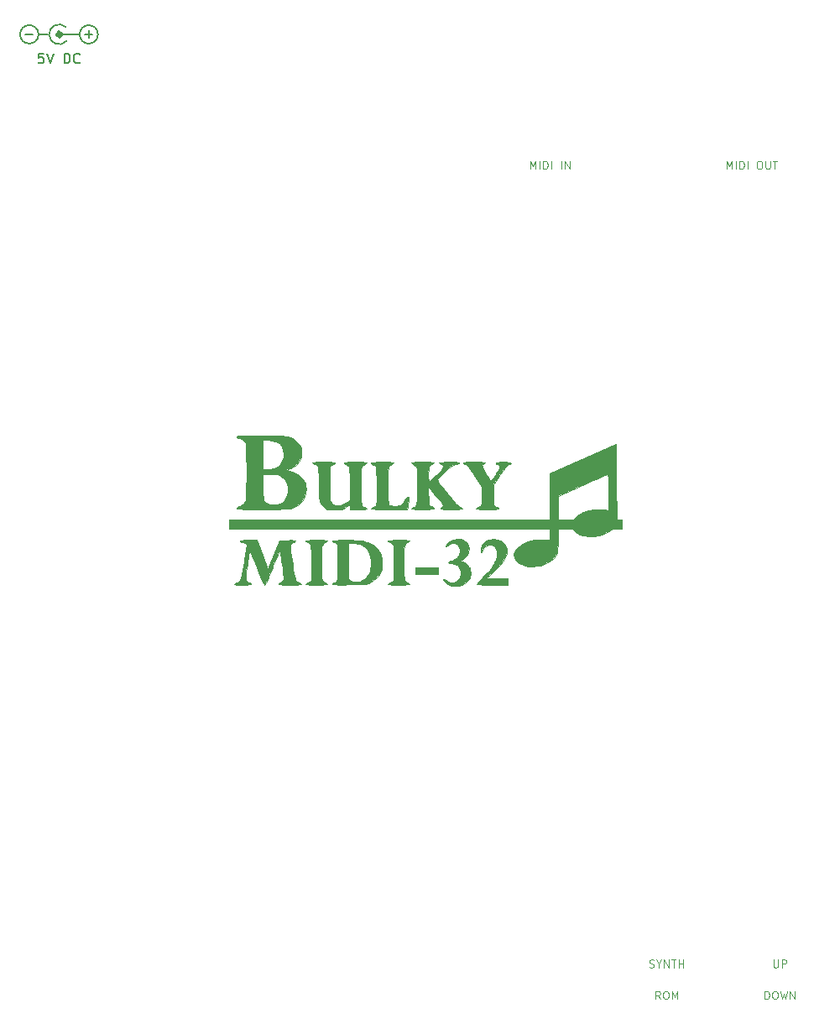
<source format=gto>
G04 #@! TF.GenerationSoftware,KiCad,Pcbnew,(5.1.8)-1*
G04 #@! TF.CreationDate,2022-02-08T00:22:43+01:00*
G04 #@! TF.ProjectId,BulkyMIDI-32 FA1,42756c6b-794d-4494-9449-2d3332204641,rev?*
G04 #@! TF.SameCoordinates,Original*
G04 #@! TF.FileFunction,Legend,Top*
G04 #@! TF.FilePolarity,Positive*
%FSLAX46Y46*%
G04 Gerber Fmt 4.6, Leading zero omitted, Abs format (unit mm)*
G04 Created by KiCad (PCBNEW (5.1.8)-1) date 2022-02-08 00:22:43*
%MOMM*%
%LPD*%
G01*
G04 APERTURE LIST*
%ADD10C,0.150000*%
%ADD11C,0.100000*%
%ADD12C,0.500000*%
%ADD13C,0.010000*%
G04 APERTURE END LIST*
D10*
X81613571Y-58507380D02*
X81137380Y-58507380D01*
X81089761Y-58983571D01*
X81137380Y-58935952D01*
X81232619Y-58888333D01*
X81470714Y-58888333D01*
X81565952Y-58935952D01*
X81613571Y-58983571D01*
X81661190Y-59078809D01*
X81661190Y-59316904D01*
X81613571Y-59412142D01*
X81565952Y-59459761D01*
X81470714Y-59507380D01*
X81232619Y-59507380D01*
X81137380Y-59459761D01*
X81089761Y-59412142D01*
X81946904Y-58507380D02*
X82280238Y-59507380D01*
X82613571Y-58507380D01*
X83708809Y-59507380D02*
X83708809Y-58507380D01*
X83946904Y-58507380D01*
X84089761Y-58555000D01*
X84185000Y-58650238D01*
X84232619Y-58745476D01*
X84280238Y-58935952D01*
X84280238Y-59078809D01*
X84232619Y-59269285D01*
X84185000Y-59364523D01*
X84089761Y-59459761D01*
X83946904Y-59507380D01*
X83708809Y-59507380D01*
X85280238Y-59412142D02*
X85232619Y-59459761D01*
X85089761Y-59507380D01*
X84994523Y-59507380D01*
X84851666Y-59459761D01*
X84756428Y-59364523D01*
X84708809Y-59269285D01*
X84661190Y-59078809D01*
X84661190Y-58935952D01*
X84708809Y-58745476D01*
X84756428Y-58650238D01*
X84851666Y-58555000D01*
X84994523Y-58507380D01*
X85089761Y-58507380D01*
X85232619Y-58555000D01*
X85280238Y-58602619D01*
D11*
X150539761Y-70148404D02*
X150539761Y-69348404D01*
X150806428Y-69919833D01*
X151073095Y-69348404D01*
X151073095Y-70148404D01*
X151454047Y-70148404D02*
X151454047Y-69348404D01*
X151835000Y-70148404D02*
X151835000Y-69348404D01*
X152025476Y-69348404D01*
X152139761Y-69386500D01*
X152215952Y-69462690D01*
X152254047Y-69538880D01*
X152292142Y-69691261D01*
X152292142Y-69805547D01*
X152254047Y-69957928D01*
X152215952Y-70034119D01*
X152139761Y-70110309D01*
X152025476Y-70148404D01*
X151835000Y-70148404D01*
X152635000Y-70148404D02*
X152635000Y-69348404D01*
X153777857Y-69348404D02*
X153930238Y-69348404D01*
X154006428Y-69386500D01*
X154082619Y-69462690D01*
X154120714Y-69615071D01*
X154120714Y-69881738D01*
X154082619Y-70034119D01*
X154006428Y-70110309D01*
X153930238Y-70148404D01*
X153777857Y-70148404D01*
X153701666Y-70110309D01*
X153625476Y-70034119D01*
X153587380Y-69881738D01*
X153587380Y-69615071D01*
X153625476Y-69462690D01*
X153701666Y-69386500D01*
X153777857Y-69348404D01*
X154463571Y-69348404D02*
X154463571Y-69996023D01*
X154501666Y-70072214D01*
X154539761Y-70110309D01*
X154615952Y-70148404D01*
X154768333Y-70148404D01*
X154844523Y-70110309D01*
X154882619Y-70072214D01*
X154920714Y-69996023D01*
X154920714Y-69348404D01*
X155187380Y-69348404D02*
X155644523Y-69348404D01*
X155415952Y-70148404D02*
X155415952Y-69348404D01*
X130753095Y-70148404D02*
X130753095Y-69348404D01*
X131019761Y-69919833D01*
X131286428Y-69348404D01*
X131286428Y-70148404D01*
X131667380Y-70148404D02*
X131667380Y-69348404D01*
X132048333Y-70148404D02*
X132048333Y-69348404D01*
X132238809Y-69348404D01*
X132353095Y-69386500D01*
X132429285Y-69462690D01*
X132467380Y-69538880D01*
X132505476Y-69691261D01*
X132505476Y-69805547D01*
X132467380Y-69957928D01*
X132429285Y-70034119D01*
X132353095Y-70110309D01*
X132238809Y-70148404D01*
X132048333Y-70148404D01*
X132848333Y-70148404D02*
X132848333Y-69348404D01*
X133838809Y-70148404D02*
X133838809Y-69348404D01*
X134219761Y-70148404D02*
X134219761Y-69348404D01*
X134676904Y-70148404D01*
X134676904Y-69348404D01*
X155263928Y-149917204D02*
X155263928Y-150564823D01*
X155302023Y-150641014D01*
X155340119Y-150679109D01*
X155416309Y-150717204D01*
X155568690Y-150717204D01*
X155644880Y-150679109D01*
X155682976Y-150641014D01*
X155721071Y-150564823D01*
X155721071Y-149917204D01*
X156102023Y-150717204D02*
X156102023Y-149917204D01*
X156406785Y-149917204D01*
X156482976Y-149955300D01*
X156521071Y-149993395D01*
X156559166Y-150069585D01*
X156559166Y-150183871D01*
X156521071Y-150260061D01*
X156482976Y-150298157D01*
X156406785Y-150336252D01*
X156102023Y-150336252D01*
X142748214Y-150679109D02*
X142862500Y-150717204D01*
X143052976Y-150717204D01*
X143129166Y-150679109D01*
X143167261Y-150641014D01*
X143205357Y-150564823D01*
X143205357Y-150488633D01*
X143167261Y-150412442D01*
X143129166Y-150374347D01*
X143052976Y-150336252D01*
X142900595Y-150298157D01*
X142824404Y-150260061D01*
X142786309Y-150221966D01*
X142748214Y-150145776D01*
X142748214Y-150069585D01*
X142786309Y-149993395D01*
X142824404Y-149955300D01*
X142900595Y-149917204D01*
X143091071Y-149917204D01*
X143205357Y-149955300D01*
X143700595Y-150336252D02*
X143700595Y-150717204D01*
X143433928Y-149917204D02*
X143700595Y-150336252D01*
X143967261Y-149917204D01*
X144233928Y-150717204D02*
X144233928Y-149917204D01*
X144691071Y-150717204D01*
X144691071Y-149917204D01*
X144957738Y-149917204D02*
X145414880Y-149917204D01*
X145186309Y-150717204D02*
X145186309Y-149917204D01*
X145681547Y-150717204D02*
X145681547Y-149917204D01*
X145681547Y-150298157D02*
X146138690Y-150298157D01*
X146138690Y-150717204D02*
X146138690Y-149917204D01*
X154387738Y-153904904D02*
X154387738Y-153104904D01*
X154578214Y-153104904D01*
X154692500Y-153143000D01*
X154768690Y-153219190D01*
X154806785Y-153295380D01*
X154844880Y-153447761D01*
X154844880Y-153562047D01*
X154806785Y-153714428D01*
X154768690Y-153790619D01*
X154692500Y-153866809D01*
X154578214Y-153904904D01*
X154387738Y-153904904D01*
X155340119Y-153104904D02*
X155492500Y-153104904D01*
X155568690Y-153143000D01*
X155644880Y-153219190D01*
X155682976Y-153371571D01*
X155682976Y-153638238D01*
X155644880Y-153790619D01*
X155568690Y-153866809D01*
X155492500Y-153904904D01*
X155340119Y-153904904D01*
X155263928Y-153866809D01*
X155187738Y-153790619D01*
X155149642Y-153638238D01*
X155149642Y-153371571D01*
X155187738Y-153219190D01*
X155263928Y-153143000D01*
X155340119Y-153104904D01*
X155949642Y-153104904D02*
X156140119Y-153904904D01*
X156292500Y-153333476D01*
X156444880Y-153904904D01*
X156635357Y-153104904D01*
X156940119Y-153904904D02*
X156940119Y-153104904D01*
X157397261Y-153904904D01*
X157397261Y-153104904D01*
X143833928Y-153904904D02*
X143567261Y-153523952D01*
X143376785Y-153904904D02*
X143376785Y-153104904D01*
X143681547Y-153104904D01*
X143757738Y-153143000D01*
X143795833Y-153181095D01*
X143833928Y-153257285D01*
X143833928Y-153371571D01*
X143795833Y-153447761D01*
X143757738Y-153485857D01*
X143681547Y-153523952D01*
X143376785Y-153523952D01*
X144329166Y-153104904D02*
X144481547Y-153104904D01*
X144557738Y-153143000D01*
X144633928Y-153219190D01*
X144672023Y-153371571D01*
X144672023Y-153638238D01*
X144633928Y-153790619D01*
X144557738Y-153866809D01*
X144481547Y-153904904D01*
X144329166Y-153904904D01*
X144252976Y-153866809D01*
X144176785Y-153790619D01*
X144138690Y-153638238D01*
X144138690Y-153371571D01*
X144176785Y-153219190D01*
X144252976Y-153143000D01*
X144329166Y-153104904D01*
X145014880Y-153904904D02*
X145014880Y-153104904D01*
X145281547Y-153676333D01*
X145548214Y-153104904D01*
X145548214Y-153904904D01*
D10*
X83185000Y-56590000D02*
X85185000Y-56590000D01*
X81185000Y-56590000D02*
X82085000Y-56590000D01*
X81110000Y-56590000D02*
G75*
G03*
X81110000Y-56590000I-925000J0D01*
G01*
X87110000Y-56590000D02*
G75*
G03*
X87110000Y-56590000I-925000J0D01*
G01*
D12*
X83360000Y-56590000D02*
G75*
G03*
X83360000Y-56590000I-175000J0D01*
G01*
D10*
X83860000Y-55840000D02*
G75*
G03*
X83935000Y-57265000I-675000J-750000D01*
G01*
D13*
G36*
X128319030Y-99722888D02*
G01*
X128540051Y-99731671D01*
X128672992Y-99749279D01*
X128737280Y-99778139D01*
X128752500Y-99815750D01*
X128704169Y-99899992D01*
X128662122Y-99911000D01*
X128542249Y-99950769D01*
X128385901Y-100074427D01*
X128187133Y-100288497D01*
X127940000Y-100599503D01*
X127638559Y-101013967D01*
X127576069Y-101102927D01*
X126974500Y-101963238D01*
X126974500Y-102972005D01*
X126975204Y-103351334D01*
X126979222Y-103625001D01*
X126989408Y-103814342D01*
X127008618Y-103940693D01*
X127039708Y-104025391D01*
X127085533Y-104089773D01*
X127130363Y-104136636D01*
X127273521Y-104243915D01*
X127408942Y-104292277D01*
X127416113Y-104292500D01*
X127521805Y-104331530D01*
X127546000Y-104387750D01*
X127529923Y-104422169D01*
X127470853Y-104447362D01*
X127352527Y-104464683D01*
X127158686Y-104475488D01*
X126873068Y-104481131D01*
X126479412Y-104482968D01*
X126403000Y-104483000D01*
X125989967Y-104481660D01*
X125687654Y-104476737D01*
X125479800Y-104466877D01*
X125350142Y-104450723D01*
X125282421Y-104426922D01*
X125260375Y-104394117D01*
X125260000Y-104387750D01*
X125313223Y-104310242D01*
X125389886Y-104292500D01*
X125522340Y-104249445D01*
X125667112Y-104144975D01*
X125675636Y-104136636D01*
X125738019Y-104068473D01*
X125781066Y-103994768D01*
X125808358Y-103891969D01*
X125823472Y-103736522D01*
X125829989Y-103504875D01*
X125831486Y-103173476D01*
X125831500Y-103110967D01*
X125831500Y-102241162D01*
X125156090Y-101200878D01*
X124878464Y-100779488D01*
X124654941Y-100456357D01*
X124475654Y-100220033D01*
X124330737Y-100059061D01*
X124210325Y-99961990D01*
X124104550Y-99917366D01*
X124044936Y-99911000D01*
X123946771Y-99868877D01*
X123926500Y-99815750D01*
X123942747Y-99780901D01*
X124002471Y-99755525D01*
X124122142Y-99738210D01*
X124318232Y-99727542D01*
X124607212Y-99722111D01*
X125005554Y-99720505D01*
X125037750Y-99720500D01*
X125447062Y-99722064D01*
X125745396Y-99727628D01*
X125948741Y-99738499D01*
X126073090Y-99755985D01*
X126134434Y-99781392D01*
X126149000Y-99811333D01*
X126094946Y-99890028D01*
X126006125Y-99922458D01*
X125890624Y-99966674D01*
X125846115Y-100063213D01*
X125875245Y-100221866D01*
X125980663Y-100452425D01*
X126165016Y-100764683D01*
X126283604Y-100948410D01*
X126475263Y-101234210D01*
X126612862Y-101424286D01*
X126707900Y-101531687D01*
X126771878Y-101569458D01*
X126815372Y-101551660D01*
X126933302Y-101406006D01*
X127078529Y-101200273D01*
X127233745Y-100962569D01*
X127381642Y-100721002D01*
X127504910Y-100503679D01*
X127586241Y-100338708D01*
X127609500Y-100262071D01*
X127562921Y-100113214D01*
X127452365Y-99979942D01*
X127321604Y-99912371D01*
X127302874Y-99910999D01*
X127236965Y-99859749D01*
X127228500Y-99815750D01*
X127247605Y-99774683D01*
X127317873Y-99747056D01*
X127458733Y-99730438D01*
X127689614Y-99722402D01*
X127990500Y-99720500D01*
X128319030Y-99722888D01*
G37*
X128319030Y-99722888D02*
X128540051Y-99731671D01*
X128672992Y-99749279D01*
X128737280Y-99778139D01*
X128752500Y-99815750D01*
X128704169Y-99899992D01*
X128662122Y-99911000D01*
X128542249Y-99950769D01*
X128385901Y-100074427D01*
X128187133Y-100288497D01*
X127940000Y-100599503D01*
X127638559Y-101013967D01*
X127576069Y-101102927D01*
X126974500Y-101963238D01*
X126974500Y-102972005D01*
X126975204Y-103351334D01*
X126979222Y-103625001D01*
X126989408Y-103814342D01*
X127008618Y-103940693D01*
X127039708Y-104025391D01*
X127085533Y-104089773D01*
X127130363Y-104136636D01*
X127273521Y-104243915D01*
X127408942Y-104292277D01*
X127416113Y-104292500D01*
X127521805Y-104331530D01*
X127546000Y-104387750D01*
X127529923Y-104422169D01*
X127470853Y-104447362D01*
X127352527Y-104464683D01*
X127158686Y-104475488D01*
X126873068Y-104481131D01*
X126479412Y-104482968D01*
X126403000Y-104483000D01*
X125989967Y-104481660D01*
X125687654Y-104476737D01*
X125479800Y-104466877D01*
X125350142Y-104450723D01*
X125282421Y-104426922D01*
X125260375Y-104394117D01*
X125260000Y-104387750D01*
X125313223Y-104310242D01*
X125389886Y-104292500D01*
X125522340Y-104249445D01*
X125667112Y-104144975D01*
X125675636Y-104136636D01*
X125738019Y-104068473D01*
X125781066Y-103994768D01*
X125808358Y-103891969D01*
X125823472Y-103736522D01*
X125829989Y-103504875D01*
X125831486Y-103173476D01*
X125831500Y-103110967D01*
X125831500Y-102241162D01*
X125156090Y-101200878D01*
X124878464Y-100779488D01*
X124654941Y-100456357D01*
X124475654Y-100220033D01*
X124330737Y-100059061D01*
X124210325Y-99961990D01*
X124104550Y-99917366D01*
X124044936Y-99911000D01*
X123946771Y-99868877D01*
X123926500Y-99815750D01*
X123942747Y-99780901D01*
X124002471Y-99755525D01*
X124122142Y-99738210D01*
X124318232Y-99727542D01*
X124607212Y-99722111D01*
X125005554Y-99720505D01*
X125037750Y-99720500D01*
X125447062Y-99722064D01*
X125745396Y-99727628D01*
X125948741Y-99738499D01*
X126073090Y-99755985D01*
X126134434Y-99781392D01*
X126149000Y-99811333D01*
X126094946Y-99890028D01*
X126006125Y-99922458D01*
X125890624Y-99966674D01*
X125846115Y-100063213D01*
X125875245Y-100221866D01*
X125980663Y-100452425D01*
X126165016Y-100764683D01*
X126283604Y-100948410D01*
X126475263Y-101234210D01*
X126612862Y-101424286D01*
X126707900Y-101531687D01*
X126771878Y-101569458D01*
X126815372Y-101551660D01*
X126933302Y-101406006D01*
X127078529Y-101200273D01*
X127233745Y-100962569D01*
X127381642Y-100721002D01*
X127504910Y-100503679D01*
X127586241Y-100338708D01*
X127609500Y-100262071D01*
X127562921Y-100113214D01*
X127452365Y-99979942D01*
X127321604Y-99912371D01*
X127302874Y-99910999D01*
X127236965Y-99859749D01*
X127228500Y-99815750D01*
X127247605Y-99774683D01*
X127317873Y-99747056D01*
X127458733Y-99730438D01*
X127689614Y-99722402D01*
X127990500Y-99720500D01*
X128319030Y-99722888D01*
G36*
X122916097Y-99722077D02*
G01*
X123192875Y-99727881D01*
X123376983Y-99739520D01*
X123485575Y-99758602D01*
X123535804Y-99786735D01*
X123545500Y-99815750D01*
X123490186Y-99892287D01*
X123384639Y-99911000D01*
X123244929Y-99925514D01*
X123092518Y-99974387D01*
X122916484Y-100065618D01*
X122705901Y-100207204D01*
X122449848Y-100407142D01*
X122137401Y-100673429D01*
X121757638Y-101014063D01*
X121299634Y-101437042D01*
X121297090Y-101439414D01*
X121309030Y-101498937D01*
X121392093Y-101636677D01*
X121548433Y-101855442D01*
X121780203Y-102158043D01*
X122089559Y-102547290D01*
X122478652Y-103025993D01*
X122949638Y-103596962D01*
X122964430Y-103614793D01*
X123217825Y-103902930D01*
X123438108Y-104119265D01*
X123609433Y-104248650D01*
X123647055Y-104267476D01*
X123791778Y-104336285D01*
X123851564Y-104389485D01*
X123819118Y-104428833D01*
X123687144Y-104456086D01*
X123448349Y-104472999D01*
X123095435Y-104481329D01*
X122751750Y-104483000D01*
X122330252Y-104480844D01*
X122022163Y-104473726D01*
X121813950Y-104460669D01*
X121692085Y-104440697D01*
X121643037Y-104412833D01*
X121640500Y-104402807D01*
X121692024Y-104317288D01*
X121779267Y-104259932D01*
X121895539Y-104186388D01*
X121938416Y-104132552D01*
X121906594Y-104065255D01*
X121805865Y-103916399D01*
X121648257Y-103702295D01*
X121445799Y-103439254D01*
X121210518Y-103143588D01*
X121194653Y-103123971D01*
X120430508Y-102180088D01*
X120465750Y-104070250D01*
X120733323Y-104197250D01*
X120905768Y-104286375D01*
X120996917Y-104355389D01*
X120999450Y-104406693D01*
X120906045Y-104442690D01*
X120709382Y-104465782D01*
X120402139Y-104478371D01*
X119976995Y-104482860D01*
X119862500Y-104483000D01*
X119446232Y-104481467D01*
X119141225Y-104476044D01*
X118931766Y-104465491D01*
X118802142Y-104448566D01*
X118736642Y-104424030D01*
X118719500Y-104392795D01*
X118774485Y-104317464D01*
X118907032Y-104261412D01*
X118909921Y-104260767D01*
X119013865Y-104234349D01*
X119096958Y-104196810D01*
X119161532Y-104134847D01*
X119209922Y-104035157D01*
X119244458Y-103884438D01*
X119267473Y-103669388D01*
X119281302Y-103376704D01*
X119288275Y-102993085D01*
X119290726Y-102505227D01*
X119291000Y-102087620D01*
X119290609Y-101551657D01*
X119288828Y-101128211D01*
X119284741Y-100802801D01*
X119277433Y-100560944D01*
X119265989Y-100388160D01*
X119249494Y-100269965D01*
X119227034Y-100191879D01*
X119197693Y-100139420D01*
X119165615Y-100103115D01*
X119009460Y-99991234D01*
X118879865Y-99937481D01*
X118759949Y-99877532D01*
X118719500Y-99808866D01*
X118740361Y-99776566D01*
X118813241Y-99752889D01*
X118953579Y-99736641D01*
X119176816Y-99726627D01*
X119498395Y-99721655D01*
X119862500Y-99720500D01*
X120286913Y-99722424D01*
X120598537Y-99728881D01*
X120811534Y-99740891D01*
X120940067Y-99759476D01*
X120998298Y-99785660D01*
X121005500Y-99802993D01*
X120951497Y-99876278D01*
X120818130Y-99952220D01*
X120783292Y-99965838D01*
X120617092Y-100051652D01*
X120503435Y-100155678D01*
X120495524Y-100168692D01*
X120469339Y-100283716D01*
X120452068Y-100497627D01*
X120445270Y-100782521D01*
X120447856Y-101020807D01*
X120465750Y-101750421D01*
X121215192Y-101044571D01*
X121525859Y-100746451D01*
X121745964Y-100517811D01*
X121881605Y-100345755D01*
X121938882Y-100217388D01*
X121923893Y-100119813D01*
X121842737Y-100040136D01*
X121721249Y-99974500D01*
X121584467Y-99890852D01*
X121516481Y-99809960D01*
X121514874Y-99799875D01*
X121546088Y-99768430D01*
X121650038Y-99745833D01*
X121840301Y-99731021D01*
X122130458Y-99722930D01*
X122529500Y-99720500D01*
X122916097Y-99722077D01*
G37*
X122916097Y-99722077D02*
X123192875Y-99727881D01*
X123376983Y-99739520D01*
X123485575Y-99758602D01*
X123535804Y-99786735D01*
X123545500Y-99815750D01*
X123490186Y-99892287D01*
X123384639Y-99911000D01*
X123244929Y-99925514D01*
X123092518Y-99974387D01*
X122916484Y-100065618D01*
X122705901Y-100207204D01*
X122449848Y-100407142D01*
X122137401Y-100673429D01*
X121757638Y-101014063D01*
X121299634Y-101437042D01*
X121297090Y-101439414D01*
X121309030Y-101498937D01*
X121392093Y-101636677D01*
X121548433Y-101855442D01*
X121780203Y-102158043D01*
X122089559Y-102547290D01*
X122478652Y-103025993D01*
X122949638Y-103596962D01*
X122964430Y-103614793D01*
X123217825Y-103902930D01*
X123438108Y-104119265D01*
X123609433Y-104248650D01*
X123647055Y-104267476D01*
X123791778Y-104336285D01*
X123851564Y-104389485D01*
X123819118Y-104428833D01*
X123687144Y-104456086D01*
X123448349Y-104472999D01*
X123095435Y-104481329D01*
X122751750Y-104483000D01*
X122330252Y-104480844D01*
X122022163Y-104473726D01*
X121813950Y-104460669D01*
X121692085Y-104440697D01*
X121643037Y-104412833D01*
X121640500Y-104402807D01*
X121692024Y-104317288D01*
X121779267Y-104259932D01*
X121895539Y-104186388D01*
X121938416Y-104132552D01*
X121906594Y-104065255D01*
X121805865Y-103916399D01*
X121648257Y-103702295D01*
X121445799Y-103439254D01*
X121210518Y-103143588D01*
X121194653Y-103123971D01*
X120430508Y-102180088D01*
X120465750Y-104070250D01*
X120733323Y-104197250D01*
X120905768Y-104286375D01*
X120996917Y-104355389D01*
X120999450Y-104406693D01*
X120906045Y-104442690D01*
X120709382Y-104465782D01*
X120402139Y-104478371D01*
X119976995Y-104482860D01*
X119862500Y-104483000D01*
X119446232Y-104481467D01*
X119141225Y-104476044D01*
X118931766Y-104465491D01*
X118802142Y-104448566D01*
X118736642Y-104424030D01*
X118719500Y-104392795D01*
X118774485Y-104317464D01*
X118907032Y-104261412D01*
X118909921Y-104260767D01*
X119013865Y-104234349D01*
X119096958Y-104196810D01*
X119161532Y-104134847D01*
X119209922Y-104035157D01*
X119244458Y-103884438D01*
X119267473Y-103669388D01*
X119281302Y-103376704D01*
X119288275Y-102993085D01*
X119290726Y-102505227D01*
X119291000Y-102087620D01*
X119290609Y-101551657D01*
X119288828Y-101128211D01*
X119284741Y-100802801D01*
X119277433Y-100560944D01*
X119265989Y-100388160D01*
X119249494Y-100269965D01*
X119227034Y-100191879D01*
X119197693Y-100139420D01*
X119165615Y-100103115D01*
X119009460Y-99991234D01*
X118879865Y-99937481D01*
X118759949Y-99877532D01*
X118719500Y-99808866D01*
X118740361Y-99776566D01*
X118813241Y-99752889D01*
X118953579Y-99736641D01*
X119176816Y-99726627D01*
X119498395Y-99721655D01*
X119862500Y-99720500D01*
X120286913Y-99722424D01*
X120598537Y-99728881D01*
X120811534Y-99740891D01*
X120940067Y-99759476D01*
X120998298Y-99785660D01*
X121005500Y-99802993D01*
X120951497Y-99876278D01*
X120818130Y-99952220D01*
X120783292Y-99965838D01*
X120617092Y-100051652D01*
X120503435Y-100155678D01*
X120495524Y-100168692D01*
X120469339Y-100283716D01*
X120452068Y-100497627D01*
X120445270Y-100782521D01*
X120447856Y-101020807D01*
X120465750Y-101750421D01*
X121215192Y-101044571D01*
X121525859Y-100746451D01*
X121745964Y-100517811D01*
X121881605Y-100345755D01*
X121938882Y-100217388D01*
X121923893Y-100119813D01*
X121842737Y-100040136D01*
X121721249Y-99974500D01*
X121584467Y-99890852D01*
X121516481Y-99809960D01*
X121514874Y-99799875D01*
X121546088Y-99768430D01*
X121650038Y-99745833D01*
X121840301Y-99731021D01*
X122130458Y-99722930D01*
X122529500Y-99720500D01*
X122916097Y-99722077D01*
G36*
X116216284Y-99722112D02*
G01*
X116522541Y-99727747D01*
X116732712Y-99738596D01*
X116862238Y-99755855D01*
X116926559Y-99780716D01*
X116941500Y-99808866D01*
X116887325Y-99888540D01*
X116781134Y-99937481D01*
X116610799Y-100014848D01*
X116495384Y-100103115D01*
X116459356Y-100144906D01*
X116430968Y-100199600D01*
X116409315Y-100281631D01*
X116393488Y-100405437D01*
X116382581Y-100585452D01*
X116375686Y-100836112D01*
X116371896Y-101171852D01*
X116370303Y-101607109D01*
X116370000Y-102098149D01*
X116370194Y-102633909D01*
X116371459Y-103056902D01*
X116374815Y-103381360D01*
X116381281Y-103621516D01*
X116391879Y-103791603D01*
X116407628Y-103905853D01*
X116429550Y-103978499D01*
X116458664Y-104023774D01*
X116495990Y-104055910D01*
X116511129Y-104066649D01*
X116681250Y-104131238D01*
X116927996Y-104161529D01*
X117205632Y-104157233D01*
X117468422Y-104118067D01*
X117610209Y-104073523D01*
X117794393Y-103951826D01*
X117981056Y-103732396D01*
X118068544Y-103600144D01*
X118231022Y-103359234D01*
X118346661Y-103235420D01*
X118418623Y-103229059D01*
X118450075Y-103340506D01*
X118444180Y-103570116D01*
X118437681Y-103641625D01*
X118409975Y-103897883D01*
X118380728Y-104133769D01*
X118359716Y-104276625D01*
X118324366Y-104483000D01*
X116489933Y-104483000D01*
X115949321Y-104482167D01*
X115523036Y-104479256D01*
X115198411Y-104473643D01*
X114962779Y-104464704D01*
X114803476Y-104451818D01*
X114707836Y-104434361D01*
X114663192Y-104411711D01*
X114655500Y-104392795D01*
X114710364Y-104316628D01*
X114839415Y-104262196D01*
X114945463Y-104237158D01*
X115030254Y-104204810D01*
X115096030Y-104151927D01*
X115145033Y-104065287D01*
X115179504Y-103931664D01*
X115201686Y-103737836D01*
X115213819Y-103470578D01*
X115218147Y-103116667D01*
X115216909Y-102662878D01*
X115212349Y-102095988D01*
X115212070Y-102063954D01*
X115195250Y-100133250D01*
X114927676Y-100006250D01*
X114755231Y-99917124D01*
X114664082Y-99848110D01*
X114661549Y-99796806D01*
X114754954Y-99760809D01*
X114951617Y-99737717D01*
X115258860Y-99725128D01*
X115684004Y-99720639D01*
X115798500Y-99720500D01*
X116216284Y-99722112D01*
G37*
X116216284Y-99722112D02*
X116522541Y-99727747D01*
X116732712Y-99738596D01*
X116862238Y-99755855D01*
X116926559Y-99780716D01*
X116941500Y-99808866D01*
X116887325Y-99888540D01*
X116781134Y-99937481D01*
X116610799Y-100014848D01*
X116495384Y-100103115D01*
X116459356Y-100144906D01*
X116430968Y-100199600D01*
X116409315Y-100281631D01*
X116393488Y-100405437D01*
X116382581Y-100585452D01*
X116375686Y-100836112D01*
X116371896Y-101171852D01*
X116370303Y-101607109D01*
X116370000Y-102098149D01*
X116370194Y-102633909D01*
X116371459Y-103056902D01*
X116374815Y-103381360D01*
X116381281Y-103621516D01*
X116391879Y-103791603D01*
X116407628Y-103905853D01*
X116429550Y-103978499D01*
X116458664Y-104023774D01*
X116495990Y-104055910D01*
X116511129Y-104066649D01*
X116681250Y-104131238D01*
X116927996Y-104161529D01*
X117205632Y-104157233D01*
X117468422Y-104118067D01*
X117610209Y-104073523D01*
X117794393Y-103951826D01*
X117981056Y-103732396D01*
X118068544Y-103600144D01*
X118231022Y-103359234D01*
X118346661Y-103235420D01*
X118418623Y-103229059D01*
X118450075Y-103340506D01*
X118444180Y-103570116D01*
X118437681Y-103641625D01*
X118409975Y-103897883D01*
X118380728Y-104133769D01*
X118359716Y-104276625D01*
X118324366Y-104483000D01*
X116489933Y-104483000D01*
X115949321Y-104482167D01*
X115523036Y-104479256D01*
X115198411Y-104473643D01*
X114962779Y-104464704D01*
X114803476Y-104451818D01*
X114707836Y-104434361D01*
X114663192Y-104411711D01*
X114655500Y-104392795D01*
X114710364Y-104316628D01*
X114839415Y-104262196D01*
X114945463Y-104237158D01*
X115030254Y-104204810D01*
X115096030Y-104151927D01*
X115145033Y-104065287D01*
X115179504Y-103931664D01*
X115201686Y-103737836D01*
X115213819Y-103470578D01*
X115218147Y-103116667D01*
X115216909Y-102662878D01*
X115212349Y-102095988D01*
X115212070Y-102063954D01*
X115195250Y-100133250D01*
X114927676Y-100006250D01*
X114755231Y-99917124D01*
X114664082Y-99848110D01*
X114661549Y-99796806D01*
X114754954Y-99760809D01*
X114951617Y-99737717D01*
X115258860Y-99725128D01*
X115684004Y-99720639D01*
X115798500Y-99720500D01*
X116216284Y-99722112D01*
G36*
X102681395Y-97059542D02*
G01*
X103240165Y-97063412D01*
X103622375Y-97066382D01*
X104250937Y-97071510D01*
X104766023Y-97076547D01*
X105181154Y-97082302D01*
X105509850Y-97089586D01*
X105765631Y-97099207D01*
X105962019Y-97111975D01*
X106112534Y-97128700D01*
X106230697Y-97150190D01*
X106330028Y-97177256D01*
X106424048Y-97210707D01*
X106493781Y-97238290D01*
X106871471Y-97439055D01*
X107197202Y-97707044D01*
X107446896Y-98017538D01*
X107596476Y-98345815D01*
X107605156Y-98379314D01*
X107658988Y-98842254D01*
X107592387Y-99269210D01*
X107408106Y-99655087D01*
X107108898Y-99994789D01*
X106697517Y-100283222D01*
X106529334Y-100370262D01*
X106114750Y-100568609D01*
X106400500Y-100642225D01*
X106907671Y-100819027D01*
X107344641Y-101064890D01*
X107693833Y-101367569D01*
X107936142Y-101711821D01*
X108016926Y-101925651D01*
X108079301Y-102189410D01*
X108098774Y-102331537D01*
X108086112Y-102826783D01*
X107958602Y-103274679D01*
X107722337Y-103666631D01*
X107383410Y-103994043D01*
X106947917Y-104248321D01*
X106663686Y-104355707D01*
X106555526Y-104387613D01*
X106443982Y-104413715D01*
X106315573Y-104434592D01*
X106156815Y-104450822D01*
X105954224Y-104462984D01*
X105694317Y-104471654D01*
X105363611Y-104477412D01*
X104948623Y-104480836D01*
X104435870Y-104482503D01*
X103811868Y-104482992D01*
X103695061Y-104483000D01*
X103057016Y-104482784D01*
X102534465Y-104481783D01*
X102115903Y-104479463D01*
X101789825Y-104475291D01*
X101544725Y-104468736D01*
X101369098Y-104459265D01*
X101251438Y-104446344D01*
X101180239Y-104429442D01*
X101143998Y-104408025D01*
X101131207Y-104381561D01*
X101130000Y-104364252D01*
X101171735Y-104272459D01*
X101310612Y-104198407D01*
X101411295Y-104166747D01*
X101703721Y-104047594D01*
X101896767Y-103872085D01*
X102012956Y-103619477D01*
X102015546Y-103610288D01*
X102032356Y-103484738D01*
X102046750Y-103249116D01*
X102058730Y-102920327D01*
X102068301Y-102515276D01*
X102075463Y-102050868D01*
X102080219Y-101544009D01*
X102082571Y-101011603D01*
X102082564Y-100927000D01*
X103722211Y-100927000D01*
X103743730Y-102224221D01*
X103751906Y-102665746D01*
X103761078Y-102998871D01*
X103773191Y-103242192D01*
X103790192Y-103414305D01*
X103814025Y-103533805D01*
X103846638Y-103619289D01*
X103889974Y-103689353D01*
X103898197Y-103700596D01*
X104101364Y-103875550D01*
X104389000Y-103989729D01*
X104730981Y-104037108D01*
X105097183Y-104011661D01*
X105264969Y-103973981D01*
X105641394Y-103809862D01*
X105933115Y-103552991D01*
X106136023Y-103208770D01*
X106246006Y-102782601D01*
X106258092Y-102669055D01*
X106257358Y-102230239D01*
X106171455Y-101866201D01*
X105991650Y-101550296D01*
X105832237Y-101369956D01*
X105627570Y-101190287D01*
X105415737Y-101064794D01*
X105168347Y-100984869D01*
X104857010Y-100941902D01*
X104453332Y-100927285D01*
X104371363Y-100927000D01*
X103722211Y-100927000D01*
X102082564Y-100927000D01*
X102082522Y-100470554D01*
X102082286Y-100419000D01*
X103733500Y-100419000D01*
X104193875Y-100418645D01*
X104464429Y-100408873D01*
X104720737Y-100383681D01*
X104896869Y-100350920D01*
X105222179Y-100197642D01*
X105490747Y-99945253D01*
X105689306Y-99613969D01*
X105804590Y-99224006D01*
X105828645Y-98931099D01*
X105780221Y-98493486D01*
X105635552Y-98137196D01*
X105393579Y-97861250D01*
X105053239Y-97664671D01*
X104613474Y-97546480D01*
X104290254Y-97512129D01*
X103733500Y-97480384D01*
X103733500Y-100419000D01*
X102082286Y-100419000D01*
X102080074Y-99937770D01*
X102075230Y-99430153D01*
X102067991Y-98964610D01*
X102058361Y-98558045D01*
X102046341Y-98227363D01*
X102031934Y-97989470D01*
X102015142Y-97861270D01*
X102014749Y-97859821D01*
X101884864Y-97620259D01*
X101653536Y-97440170D01*
X101337526Y-97332585D01*
X101336375Y-97332367D01*
X101181840Y-97277294D01*
X101130325Y-97181298D01*
X101130000Y-97170040D01*
X101133563Y-97139008D01*
X101152050Y-97113800D01*
X101197151Y-97093929D01*
X101280557Y-97078908D01*
X101413962Y-97068251D01*
X101609056Y-97061472D01*
X101877532Y-97058085D01*
X102231081Y-97057604D01*
X102681395Y-97059542D01*
G37*
X102681395Y-97059542D02*
X103240165Y-97063412D01*
X103622375Y-97066382D01*
X104250937Y-97071510D01*
X104766023Y-97076547D01*
X105181154Y-97082302D01*
X105509850Y-97089586D01*
X105765631Y-97099207D01*
X105962019Y-97111975D01*
X106112534Y-97128700D01*
X106230697Y-97150190D01*
X106330028Y-97177256D01*
X106424048Y-97210707D01*
X106493781Y-97238290D01*
X106871471Y-97439055D01*
X107197202Y-97707044D01*
X107446896Y-98017538D01*
X107596476Y-98345815D01*
X107605156Y-98379314D01*
X107658988Y-98842254D01*
X107592387Y-99269210D01*
X107408106Y-99655087D01*
X107108898Y-99994789D01*
X106697517Y-100283222D01*
X106529334Y-100370262D01*
X106114750Y-100568609D01*
X106400500Y-100642225D01*
X106907671Y-100819027D01*
X107344641Y-101064890D01*
X107693833Y-101367569D01*
X107936142Y-101711821D01*
X108016926Y-101925651D01*
X108079301Y-102189410D01*
X108098774Y-102331537D01*
X108086112Y-102826783D01*
X107958602Y-103274679D01*
X107722337Y-103666631D01*
X107383410Y-103994043D01*
X106947917Y-104248321D01*
X106663686Y-104355707D01*
X106555526Y-104387613D01*
X106443982Y-104413715D01*
X106315573Y-104434592D01*
X106156815Y-104450822D01*
X105954224Y-104462984D01*
X105694317Y-104471654D01*
X105363611Y-104477412D01*
X104948623Y-104480836D01*
X104435870Y-104482503D01*
X103811868Y-104482992D01*
X103695061Y-104483000D01*
X103057016Y-104482784D01*
X102534465Y-104481783D01*
X102115903Y-104479463D01*
X101789825Y-104475291D01*
X101544725Y-104468736D01*
X101369098Y-104459265D01*
X101251438Y-104446344D01*
X101180239Y-104429442D01*
X101143998Y-104408025D01*
X101131207Y-104381561D01*
X101130000Y-104364252D01*
X101171735Y-104272459D01*
X101310612Y-104198407D01*
X101411295Y-104166747D01*
X101703721Y-104047594D01*
X101896767Y-103872085D01*
X102012956Y-103619477D01*
X102015546Y-103610288D01*
X102032356Y-103484738D01*
X102046750Y-103249116D01*
X102058730Y-102920327D01*
X102068301Y-102515276D01*
X102075463Y-102050868D01*
X102080219Y-101544009D01*
X102082571Y-101011603D01*
X102082564Y-100927000D01*
X103722211Y-100927000D01*
X103743730Y-102224221D01*
X103751906Y-102665746D01*
X103761078Y-102998871D01*
X103773191Y-103242192D01*
X103790192Y-103414305D01*
X103814025Y-103533805D01*
X103846638Y-103619289D01*
X103889974Y-103689353D01*
X103898197Y-103700596D01*
X104101364Y-103875550D01*
X104389000Y-103989729D01*
X104730981Y-104037108D01*
X105097183Y-104011661D01*
X105264969Y-103973981D01*
X105641394Y-103809862D01*
X105933115Y-103552991D01*
X106136023Y-103208770D01*
X106246006Y-102782601D01*
X106258092Y-102669055D01*
X106257358Y-102230239D01*
X106171455Y-101866201D01*
X105991650Y-101550296D01*
X105832237Y-101369956D01*
X105627570Y-101190287D01*
X105415737Y-101064794D01*
X105168347Y-100984869D01*
X104857010Y-100941902D01*
X104453332Y-100927285D01*
X104371363Y-100927000D01*
X103722211Y-100927000D01*
X102082564Y-100927000D01*
X102082522Y-100470554D01*
X102082286Y-100419000D01*
X103733500Y-100419000D01*
X104193875Y-100418645D01*
X104464429Y-100408873D01*
X104720737Y-100383681D01*
X104896869Y-100350920D01*
X105222179Y-100197642D01*
X105490747Y-99945253D01*
X105689306Y-99613969D01*
X105804590Y-99224006D01*
X105828645Y-98931099D01*
X105780221Y-98493486D01*
X105635552Y-98137196D01*
X105393579Y-97861250D01*
X105053239Y-97664671D01*
X104613474Y-97546480D01*
X104290254Y-97512129D01*
X103733500Y-97480384D01*
X103733500Y-100419000D01*
X102082286Y-100419000D01*
X102080074Y-99937770D01*
X102075230Y-99430153D01*
X102067991Y-98964610D01*
X102058361Y-98558045D01*
X102046341Y-98227363D01*
X102031934Y-97989470D01*
X102015142Y-97861270D01*
X102014749Y-97859821D01*
X101884864Y-97620259D01*
X101653536Y-97440170D01*
X101337526Y-97332585D01*
X101336375Y-97332367D01*
X101181840Y-97277294D01*
X101130325Y-97181298D01*
X101130000Y-97170040D01*
X101133563Y-97139008D01*
X101152050Y-97113800D01*
X101197151Y-97093929D01*
X101280557Y-97078908D01*
X101413962Y-97068251D01*
X101609056Y-97061472D01*
X101877532Y-97058085D01*
X102231081Y-97057604D01*
X102681395Y-97059542D01*
G36*
X113485784Y-99722112D02*
G01*
X113792041Y-99727747D01*
X114002212Y-99738596D01*
X114131738Y-99755855D01*
X114196059Y-99780716D01*
X114211000Y-99808866D01*
X114156825Y-99888540D01*
X114050634Y-99937481D01*
X113880299Y-100014848D01*
X113764884Y-100103115D01*
X113729075Y-100144623D01*
X113700810Y-100198943D01*
X113679199Y-100280401D01*
X113663354Y-100403322D01*
X113652385Y-100582031D01*
X113645405Y-100830855D01*
X113641523Y-101164119D01*
X113639851Y-101596148D01*
X113639500Y-102123658D01*
X113639663Y-102685629D01*
X113641826Y-103134136D01*
X113648502Y-103482715D01*
X113662201Y-103744900D01*
X113685435Y-103934227D01*
X113720714Y-104064232D01*
X113770550Y-104148448D01*
X113837456Y-104200412D01*
X113923941Y-104233660D01*
X114032517Y-104261725D01*
X114036375Y-104262686D01*
X114162814Y-104321813D01*
X114211000Y-104394633D01*
X114187797Y-104431315D01*
X114106615Y-104456702D01*
X113950087Y-104472585D01*
X113700850Y-104480754D01*
X113353750Y-104483000D01*
X112496500Y-104483000D01*
X112496500Y-103970885D01*
X112136575Y-104242817D01*
X111776650Y-104514750D01*
X111072950Y-104529297D01*
X110770487Y-104529456D01*
X110501335Y-104518537D01*
X110299255Y-104498542D01*
X110210500Y-104478177D01*
X110065337Y-104392907D01*
X109893858Y-104258864D01*
X109839957Y-104209629D01*
X109719694Y-104091750D01*
X109624623Y-103983794D01*
X109551460Y-103869331D01*
X109496921Y-103731932D01*
X109457722Y-103555169D01*
X109430578Y-103322611D01*
X109412205Y-103017830D01*
X109399318Y-102624396D01*
X109388635Y-102125880D01*
X109385000Y-101933745D01*
X109374092Y-101392724D01*
X109361847Y-100964636D01*
X109345084Y-100635429D01*
X109320621Y-100391049D01*
X109285275Y-100217444D01*
X109235867Y-100100561D01*
X109169213Y-100026346D01*
X109082134Y-99980747D01*
X108971446Y-99949710D01*
X108933915Y-99941303D01*
X108803190Y-99885682D01*
X108750000Y-99810704D01*
X108769413Y-99777853D01*
X108838128Y-99753782D01*
X108971858Y-99737251D01*
X109186314Y-99727022D01*
X109497208Y-99721852D01*
X109893000Y-99720500D01*
X110310784Y-99722112D01*
X110617041Y-99727747D01*
X110827212Y-99738596D01*
X110956738Y-99755855D01*
X111021059Y-99780716D01*
X111036000Y-99808866D01*
X110981825Y-99888540D01*
X110875634Y-99937481D01*
X110705299Y-100014848D01*
X110589884Y-100103115D01*
X110551514Y-100147959D01*
X110521868Y-100206702D01*
X110499828Y-100294979D01*
X110484273Y-100428422D01*
X110474084Y-100622666D01*
X110468142Y-100893344D01*
X110465327Y-101256090D01*
X110464519Y-101726537D01*
X110464500Y-101854028D01*
X110465593Y-102368104D01*
X110469476Y-102771259D01*
X110477053Y-103079554D01*
X110489227Y-103309054D01*
X110506904Y-103475822D01*
X110530987Y-103595921D01*
X110562381Y-103685416D01*
X110568312Y-103698325D01*
X110739374Y-103925314D01*
X110981641Y-104064675D01*
X111274115Y-104116108D01*
X111595791Y-104079318D01*
X111925670Y-103954005D01*
X112242749Y-103739871D01*
X112262993Y-103722365D01*
X112496500Y-103517343D01*
X112496500Y-101872921D01*
X112496011Y-101371811D01*
X112493811Y-100982169D01*
X112488799Y-100688464D01*
X112479876Y-100475168D01*
X112465941Y-100326748D01*
X112445893Y-100227676D01*
X112418634Y-100162420D01*
X112383061Y-100115451D01*
X112371115Y-100103115D01*
X112214960Y-99991234D01*
X112085365Y-99937481D01*
X111965449Y-99877532D01*
X111925000Y-99808866D01*
X111945861Y-99776566D01*
X112018741Y-99752889D01*
X112159079Y-99736641D01*
X112382316Y-99726627D01*
X112703895Y-99721655D01*
X113068000Y-99720500D01*
X113485784Y-99722112D01*
G37*
X113485784Y-99722112D02*
X113792041Y-99727747D01*
X114002212Y-99738596D01*
X114131738Y-99755855D01*
X114196059Y-99780716D01*
X114211000Y-99808866D01*
X114156825Y-99888540D01*
X114050634Y-99937481D01*
X113880299Y-100014848D01*
X113764884Y-100103115D01*
X113729075Y-100144623D01*
X113700810Y-100198943D01*
X113679199Y-100280401D01*
X113663354Y-100403322D01*
X113652385Y-100582031D01*
X113645405Y-100830855D01*
X113641523Y-101164119D01*
X113639851Y-101596148D01*
X113639500Y-102123658D01*
X113639663Y-102685629D01*
X113641826Y-103134136D01*
X113648502Y-103482715D01*
X113662201Y-103744900D01*
X113685435Y-103934227D01*
X113720714Y-104064232D01*
X113770550Y-104148448D01*
X113837456Y-104200412D01*
X113923941Y-104233660D01*
X114032517Y-104261725D01*
X114036375Y-104262686D01*
X114162814Y-104321813D01*
X114211000Y-104394633D01*
X114187797Y-104431315D01*
X114106615Y-104456702D01*
X113950087Y-104472585D01*
X113700850Y-104480754D01*
X113353750Y-104483000D01*
X112496500Y-104483000D01*
X112496500Y-103970885D01*
X112136575Y-104242817D01*
X111776650Y-104514750D01*
X111072950Y-104529297D01*
X110770487Y-104529456D01*
X110501335Y-104518537D01*
X110299255Y-104498542D01*
X110210500Y-104478177D01*
X110065337Y-104392907D01*
X109893858Y-104258864D01*
X109839957Y-104209629D01*
X109719694Y-104091750D01*
X109624623Y-103983794D01*
X109551460Y-103869331D01*
X109496921Y-103731932D01*
X109457722Y-103555169D01*
X109430578Y-103322611D01*
X109412205Y-103017830D01*
X109399318Y-102624396D01*
X109388635Y-102125880D01*
X109385000Y-101933745D01*
X109374092Y-101392724D01*
X109361847Y-100964636D01*
X109345084Y-100635429D01*
X109320621Y-100391049D01*
X109285275Y-100217444D01*
X109235867Y-100100561D01*
X109169213Y-100026346D01*
X109082134Y-99980747D01*
X108971446Y-99949710D01*
X108933915Y-99941303D01*
X108803190Y-99885682D01*
X108750000Y-99810704D01*
X108769413Y-99777853D01*
X108838128Y-99753782D01*
X108971858Y-99737251D01*
X109186314Y-99727022D01*
X109497208Y-99721852D01*
X109893000Y-99720500D01*
X110310784Y-99722112D01*
X110617041Y-99727747D01*
X110827212Y-99738596D01*
X110956738Y-99755855D01*
X111021059Y-99780716D01*
X111036000Y-99808866D01*
X110981825Y-99888540D01*
X110875634Y-99937481D01*
X110705299Y-100014848D01*
X110589884Y-100103115D01*
X110551514Y-100147959D01*
X110521868Y-100206702D01*
X110499828Y-100294979D01*
X110484273Y-100428422D01*
X110474084Y-100622666D01*
X110468142Y-100893344D01*
X110465327Y-101256090D01*
X110464519Y-101726537D01*
X110464500Y-101854028D01*
X110465593Y-102368104D01*
X110469476Y-102771259D01*
X110477053Y-103079554D01*
X110489227Y-103309054D01*
X110506904Y-103475822D01*
X110530987Y-103595921D01*
X110562381Y-103685416D01*
X110568312Y-103698325D01*
X110739374Y-103925314D01*
X110981641Y-104064675D01*
X111274115Y-104116108D01*
X111595791Y-104079318D01*
X111925670Y-103954005D01*
X112242749Y-103739871D01*
X112262993Y-103722365D01*
X112496500Y-103517343D01*
X112496500Y-101872921D01*
X112496011Y-101371811D01*
X112493811Y-100982169D01*
X112488799Y-100688464D01*
X112479876Y-100475168D01*
X112465941Y-100326748D01*
X112445893Y-100227676D01*
X112418634Y-100162420D01*
X112383061Y-100115451D01*
X112371115Y-100103115D01*
X112214960Y-99991234D01*
X112085365Y-99937481D01*
X111965449Y-99877532D01*
X111925000Y-99808866D01*
X111945861Y-99776566D01*
X112018741Y-99752889D01*
X112159079Y-99736641D01*
X112382316Y-99726627D01*
X112703895Y-99721655D01*
X113068000Y-99720500D01*
X113485784Y-99722112D01*
G36*
X139405116Y-101729038D02*
G01*
X139421483Y-105562500D01*
X139992000Y-105562500D01*
X139992000Y-106451500D01*
X139479763Y-106451500D01*
X139209429Y-106456526D01*
X139027433Y-106477169D01*
X138895319Y-106521776D01*
X138774632Y-106598694D01*
X138763762Y-106606918D01*
X138416292Y-106823871D01*
X137993414Y-107014496D01*
X137546602Y-107157991D01*
X137249343Y-107218933D01*
X136660995Y-107249883D01*
X136089634Y-107171499D01*
X135659688Y-107029788D01*
X135468561Y-106926519D01*
X135281166Y-106791975D01*
X135129658Y-106653275D01*
X135046197Y-106537539D01*
X135039000Y-106506340D01*
X134979607Y-106485121D01*
X134817829Y-106467722D01*
X134578263Y-106455922D01*
X134285507Y-106451501D01*
X134280773Y-106451500D01*
X133522547Y-106451500D01*
X133502898Y-107673875D01*
X133483250Y-108896250D01*
X133299735Y-109166807D01*
X133087433Y-109407064D01*
X132784957Y-109652059D01*
X132425923Y-109878152D01*
X132043944Y-110061701D01*
X132005956Y-110076737D01*
X131719542Y-110156201D01*
X131356021Y-110212402D01*
X130961807Y-110242293D01*
X130583315Y-110242828D01*
X130266958Y-110210960D01*
X130195061Y-110195622D01*
X129791986Y-110051917D01*
X129464945Y-109847694D01*
X129227815Y-109596225D01*
X129094471Y-109310780D01*
X129070000Y-109119613D01*
X129131692Y-108791860D01*
X129310207Y-108481743D01*
X129595704Y-108197672D01*
X129978340Y-107948060D01*
X130448276Y-107741317D01*
X130813716Y-107629242D01*
X131091069Y-107578022D01*
X131430529Y-107545572D01*
X131789802Y-107532886D01*
X132126596Y-107540955D01*
X132398615Y-107570771D01*
X132483544Y-107590067D01*
X132689500Y-107649134D01*
X132689500Y-106451500D01*
X100368000Y-106451500D01*
X100368000Y-105562500D01*
X132687954Y-105562500D01*
X133512257Y-105562500D01*
X135039000Y-105562500D01*
X135286794Y-105314705D01*
X135645315Y-105033141D01*
X136094584Y-104801299D01*
X136604864Y-104628749D01*
X137146418Y-104525063D01*
X137689507Y-104499812D01*
X137801250Y-104505389D01*
X138061423Y-104527099D01*
X138287246Y-104553050D01*
X138436380Y-104578234D01*
X138452125Y-104582391D01*
X138595000Y-104624812D01*
X138595000Y-102775906D01*
X138593432Y-102306199D01*
X138589000Y-101880594D01*
X138582108Y-101514820D01*
X138573164Y-101224605D01*
X138562571Y-101025678D01*
X138550736Y-100933765D01*
X138547375Y-100929337D01*
X138481046Y-100954835D01*
X138310926Y-101026759D01*
X138049202Y-101139782D01*
X137708060Y-101288579D01*
X137299687Y-101467823D01*
X136836269Y-101672187D01*
X136329992Y-101896346D01*
X136023250Y-102032559D01*
X133546750Y-103133442D01*
X133529503Y-104347971D01*
X133512257Y-105562500D01*
X132687954Y-105562500D01*
X132721250Y-100832432D01*
X139388750Y-97895576D01*
X139405116Y-101729038D01*
G37*
X139405116Y-101729038D02*
X139421483Y-105562500D01*
X139992000Y-105562500D01*
X139992000Y-106451500D01*
X139479763Y-106451500D01*
X139209429Y-106456526D01*
X139027433Y-106477169D01*
X138895319Y-106521776D01*
X138774632Y-106598694D01*
X138763762Y-106606918D01*
X138416292Y-106823871D01*
X137993414Y-107014496D01*
X137546602Y-107157991D01*
X137249343Y-107218933D01*
X136660995Y-107249883D01*
X136089634Y-107171499D01*
X135659688Y-107029788D01*
X135468561Y-106926519D01*
X135281166Y-106791975D01*
X135129658Y-106653275D01*
X135046197Y-106537539D01*
X135039000Y-106506340D01*
X134979607Y-106485121D01*
X134817829Y-106467722D01*
X134578263Y-106455922D01*
X134285507Y-106451501D01*
X134280773Y-106451500D01*
X133522547Y-106451500D01*
X133502898Y-107673875D01*
X133483250Y-108896250D01*
X133299735Y-109166807D01*
X133087433Y-109407064D01*
X132784957Y-109652059D01*
X132425923Y-109878152D01*
X132043944Y-110061701D01*
X132005956Y-110076737D01*
X131719542Y-110156201D01*
X131356021Y-110212402D01*
X130961807Y-110242293D01*
X130583315Y-110242828D01*
X130266958Y-110210960D01*
X130195061Y-110195622D01*
X129791986Y-110051917D01*
X129464945Y-109847694D01*
X129227815Y-109596225D01*
X129094471Y-109310780D01*
X129070000Y-109119613D01*
X129131692Y-108791860D01*
X129310207Y-108481743D01*
X129595704Y-108197672D01*
X129978340Y-107948060D01*
X130448276Y-107741317D01*
X130813716Y-107629242D01*
X131091069Y-107578022D01*
X131430529Y-107545572D01*
X131789802Y-107532886D01*
X132126596Y-107540955D01*
X132398615Y-107570771D01*
X132483544Y-107590067D01*
X132689500Y-107649134D01*
X132689500Y-106451500D01*
X100368000Y-106451500D01*
X100368000Y-105562500D01*
X132687954Y-105562500D01*
X133512257Y-105562500D01*
X135039000Y-105562500D01*
X135286794Y-105314705D01*
X135645315Y-105033141D01*
X136094584Y-104801299D01*
X136604864Y-104628749D01*
X137146418Y-104525063D01*
X137689507Y-104499812D01*
X137801250Y-104505389D01*
X138061423Y-104527099D01*
X138287246Y-104553050D01*
X138436380Y-104578234D01*
X138452125Y-104582391D01*
X138595000Y-104624812D01*
X138595000Y-102775906D01*
X138593432Y-102306199D01*
X138589000Y-101880594D01*
X138582108Y-101514820D01*
X138573164Y-101224605D01*
X138562571Y-101025678D01*
X138550736Y-100933765D01*
X138547375Y-100929337D01*
X138481046Y-100954835D01*
X138310926Y-101026759D01*
X138049202Y-101139782D01*
X137708060Y-101288579D01*
X137299687Y-101467823D01*
X136836269Y-101672187D01*
X136329992Y-101896346D01*
X136023250Y-102032559D01*
X133546750Y-103133442D01*
X133529503Y-104347971D01*
X133512257Y-105562500D01*
X132687954Y-105562500D01*
X132721250Y-100832432D01*
X139388750Y-97895576D01*
X139405116Y-101729038D01*
G36*
X121418250Y-110991750D02*
G01*
X119100500Y-111026364D01*
X119100500Y-110325000D01*
X121456636Y-110325000D01*
X121418250Y-110991750D01*
G37*
X121418250Y-110991750D02*
X119100500Y-111026364D01*
X119100500Y-110325000D01*
X121456636Y-110325000D01*
X121418250Y-110991750D01*
G36*
X127383418Y-107527091D02*
G01*
X127736012Y-107680997D01*
X128014796Y-107912111D01*
X128239858Y-108234677D01*
X128349053Y-108578060D01*
X128341470Y-108944508D01*
X128216202Y-109336269D01*
X127972340Y-109755592D01*
X127608974Y-110204724D01*
X127125195Y-110685915D01*
X126766731Y-110999369D01*
X126208184Y-111468000D01*
X128435000Y-111468000D01*
X128435000Y-112103000D01*
X126879250Y-112103000D01*
X126371329Y-112101552D01*
X125978679Y-112096812D01*
X125689600Y-112088183D01*
X125492392Y-112075067D01*
X125375354Y-112056867D01*
X125326787Y-112032986D01*
X125323791Y-112023625D01*
X125366550Y-111954533D01*
X125484965Y-111812160D01*
X125664543Y-111612677D01*
X125890791Y-111372256D01*
X126106298Y-111150500D01*
X126416491Y-110830693D01*
X126651183Y-110574566D01*
X126828235Y-110359705D01*
X126965510Y-110163696D01*
X127080872Y-109964126D01*
X127132590Y-109862750D01*
X127263453Y-109578832D01*
X127338812Y-109356222D01*
X127371646Y-109149272D01*
X127376338Y-109005500D01*
X127332988Y-108642760D01*
X127210727Y-108356436D01*
X127020170Y-108158059D01*
X126771929Y-108059162D01*
X126510165Y-108064325D01*
X126300352Y-108155244D01*
X126092981Y-108327206D01*
X125928750Y-108540154D01*
X125857283Y-108706914D01*
X125800141Y-108838780D01*
X125741970Y-108849394D01*
X125706905Y-108741985D01*
X125704500Y-108686467D01*
X125749611Y-108451821D01*
X125867642Y-108183034D01*
X126032637Y-107925671D01*
X126218640Y-107725296D01*
X126276911Y-107681609D01*
X126624550Y-107523508D01*
X127003158Y-107473298D01*
X127383418Y-107527091D01*
G37*
X127383418Y-107527091D02*
X127736012Y-107680997D01*
X128014796Y-107912111D01*
X128239858Y-108234677D01*
X128349053Y-108578060D01*
X128341470Y-108944508D01*
X128216202Y-109336269D01*
X127972340Y-109755592D01*
X127608974Y-110204724D01*
X127125195Y-110685915D01*
X126766731Y-110999369D01*
X126208184Y-111468000D01*
X128435000Y-111468000D01*
X128435000Y-112103000D01*
X126879250Y-112103000D01*
X126371329Y-112101552D01*
X125978679Y-112096812D01*
X125689600Y-112088183D01*
X125492392Y-112075067D01*
X125375354Y-112056867D01*
X125326787Y-112032986D01*
X125323791Y-112023625D01*
X125366550Y-111954533D01*
X125484965Y-111812160D01*
X125664543Y-111612677D01*
X125890791Y-111372256D01*
X126106298Y-111150500D01*
X126416491Y-110830693D01*
X126651183Y-110574566D01*
X126828235Y-110359705D01*
X126965510Y-110163696D01*
X127080872Y-109964126D01*
X127132590Y-109862750D01*
X127263453Y-109578832D01*
X127338812Y-109356222D01*
X127371646Y-109149272D01*
X127376338Y-109005500D01*
X127332988Y-108642760D01*
X127210727Y-108356436D01*
X127020170Y-108158059D01*
X126771929Y-108059162D01*
X126510165Y-108064325D01*
X126300352Y-108155244D01*
X126092981Y-108327206D01*
X125928750Y-108540154D01*
X125857283Y-108706914D01*
X125800141Y-108838780D01*
X125741970Y-108849394D01*
X125706905Y-108741985D01*
X125704500Y-108686467D01*
X125749611Y-108451821D01*
X125867642Y-108183034D01*
X126032637Y-107925671D01*
X126218640Y-107725296D01*
X126276911Y-107681609D01*
X126624550Y-107523508D01*
X127003158Y-107473298D01*
X127383418Y-107527091D01*
G36*
X117860781Y-107596575D02*
G01*
X118159585Y-107603537D01*
X118360376Y-107616492D01*
X118477621Y-107636546D01*
X118525785Y-107664803D01*
X118529000Y-107676993D01*
X118475059Y-107750805D01*
X118342259Y-107826218D01*
X118312218Y-107837876D01*
X118118386Y-107957079D01*
X118026468Y-108114108D01*
X118002646Y-108247512D01*
X117983756Y-108482381D01*
X117969726Y-108797148D01*
X117960481Y-109170248D01*
X117955948Y-109580114D01*
X117956052Y-110005182D01*
X117960719Y-110423885D01*
X117969875Y-110814656D01*
X117983447Y-111155931D01*
X118001360Y-111426143D01*
X118023541Y-111603727D01*
X118038616Y-111656354D01*
X118158932Y-111788226D01*
X118323430Y-111871915D01*
X118462678Y-111934743D01*
X118528257Y-112009400D01*
X118529000Y-112016935D01*
X118505668Y-112049378D01*
X118425418Y-112072925D01*
X118272867Y-112088803D01*
X118032634Y-112098239D01*
X117689336Y-112102458D01*
X117449500Y-112103000D01*
X117049499Y-112101550D01*
X116759785Y-112096219D01*
X116563669Y-112085535D01*
X116444461Y-112068025D01*
X116385471Y-112042216D01*
X116370000Y-112007750D01*
X116423223Y-111930242D01*
X116499886Y-111912500D01*
X116632340Y-111869445D01*
X116777112Y-111764975D01*
X116785636Y-111756636D01*
X116941500Y-111600772D01*
X116941500Y-109919270D01*
X116939292Y-109461781D01*
X116933074Y-109039615D01*
X116923452Y-108671416D01*
X116911034Y-108375832D01*
X116896427Y-108171507D01*
X116881633Y-108080308D01*
X116767541Y-107935966D01*
X116595883Y-107841167D01*
X116449680Y-107768563D01*
X116373237Y-107692079D01*
X116370000Y-107676993D01*
X116397155Y-107645564D01*
X116488265Y-107622730D01*
X116657795Y-107607385D01*
X116920212Y-107598426D01*
X117289980Y-107594745D01*
X117449500Y-107594500D01*
X117860781Y-107596575D01*
G37*
X117860781Y-107596575D02*
X118159585Y-107603537D01*
X118360376Y-107616492D01*
X118477621Y-107636546D01*
X118525785Y-107664803D01*
X118529000Y-107676993D01*
X118475059Y-107750805D01*
X118342259Y-107826218D01*
X118312218Y-107837876D01*
X118118386Y-107957079D01*
X118026468Y-108114108D01*
X118002646Y-108247512D01*
X117983756Y-108482381D01*
X117969726Y-108797148D01*
X117960481Y-109170248D01*
X117955948Y-109580114D01*
X117956052Y-110005182D01*
X117960719Y-110423885D01*
X117969875Y-110814656D01*
X117983447Y-111155931D01*
X118001360Y-111426143D01*
X118023541Y-111603727D01*
X118038616Y-111656354D01*
X118158932Y-111788226D01*
X118323430Y-111871915D01*
X118462678Y-111934743D01*
X118528257Y-112009400D01*
X118529000Y-112016935D01*
X118505668Y-112049378D01*
X118425418Y-112072925D01*
X118272867Y-112088803D01*
X118032634Y-112098239D01*
X117689336Y-112102458D01*
X117449500Y-112103000D01*
X117049499Y-112101550D01*
X116759785Y-112096219D01*
X116563669Y-112085535D01*
X116444461Y-112068025D01*
X116385471Y-112042216D01*
X116370000Y-112007750D01*
X116423223Y-111930242D01*
X116499886Y-111912500D01*
X116632340Y-111869445D01*
X116777112Y-111764975D01*
X116785636Y-111756636D01*
X116941500Y-111600772D01*
X116941500Y-109919270D01*
X116939292Y-109461781D01*
X116933074Y-109039615D01*
X116923452Y-108671416D01*
X116911034Y-108375832D01*
X116896427Y-108171507D01*
X116881633Y-108080308D01*
X116767541Y-107935966D01*
X116595883Y-107841167D01*
X116449680Y-107768563D01*
X116373237Y-107692079D01*
X116370000Y-107676993D01*
X116397155Y-107645564D01*
X116488265Y-107622730D01*
X116657795Y-107607385D01*
X116920212Y-107598426D01*
X117289980Y-107594745D01*
X117449500Y-107594500D01*
X117860781Y-107596575D01*
G36*
X112674465Y-107592695D02*
G01*
X113058394Y-107604923D01*
X113408026Y-107623263D01*
X113703221Y-107647658D01*
X113923837Y-107678055D01*
X113986529Y-107691839D01*
X114533756Y-107892175D01*
X114996822Y-108185405D01*
X115260519Y-108435380D01*
X115497528Y-108751005D01*
X115653980Y-109093680D01*
X115739601Y-109493158D01*
X115764137Y-109975750D01*
X115756973Y-110277551D01*
X115732935Y-110498577D01*
X115683307Y-110684793D01*
X115599371Y-110882162D01*
X115587563Y-110906746D01*
X115317115Y-111321541D01*
X114943656Y-111665308D01*
X114536120Y-111903917D01*
X114427427Y-111953590D01*
X114327030Y-111992495D01*
X114217951Y-112022153D01*
X114083209Y-112044084D01*
X113905825Y-112059809D01*
X113668819Y-112070850D01*
X113355212Y-112078726D01*
X112948023Y-112084958D01*
X112448875Y-112090857D01*
X111876581Y-112095421D01*
X111425565Y-112094622D01*
X111090211Y-112088299D01*
X110864902Y-112076293D01*
X110744025Y-112058444D01*
X110718500Y-112041660D01*
X110771408Y-111972311D01*
X110893008Y-111906508D01*
X111005671Y-111863307D01*
X111094727Y-111819470D01*
X111162949Y-111760627D01*
X111213108Y-111672407D01*
X111247979Y-111540440D01*
X111270332Y-111350356D01*
X111282940Y-111087783D01*
X111288576Y-110738351D01*
X111290012Y-110287690D01*
X111290000Y-109848750D01*
X111289758Y-109302976D01*
X111287222Y-108870262D01*
X111279670Y-108536668D01*
X111264382Y-108288252D01*
X111238639Y-108111077D01*
X111199720Y-107991201D01*
X111144906Y-107914685D01*
X111140720Y-107912000D01*
X112369500Y-107912000D01*
X112369500Y-109745724D01*
X112370276Y-110285878D01*
X112373076Y-110712766D01*
X112378606Y-111040117D01*
X112387572Y-111281659D01*
X112400682Y-111451120D01*
X112418641Y-111562227D01*
X112442155Y-111628710D01*
X112468077Y-111661261D01*
X112614303Y-111734270D01*
X112827159Y-111790532D01*
X113046328Y-111816969D01*
X113163250Y-111812017D01*
X113313321Y-111788813D01*
X113504667Y-111758634D01*
X113516833Y-111756696D01*
X113819709Y-111648965D01*
X114105910Y-111437195D01*
X114348697Y-111143949D01*
X114446028Y-110972659D01*
X114525888Y-110798814D01*
X114577561Y-110644138D01*
X114607076Y-110472658D01*
X114620460Y-110248406D01*
X114623742Y-109935409D01*
X114623750Y-109912250D01*
X114619902Y-109581479D01*
X114604843Y-109341614D01*
X114573298Y-109156703D01*
X114519992Y-108990790D01*
X114472026Y-108877982D01*
X114281689Y-108564644D01*
X114023123Y-108286375D01*
X113731354Y-108076131D01*
X113524765Y-107986677D01*
X113329918Y-107948025D01*
X113068107Y-107921042D01*
X112822507Y-107912000D01*
X112369500Y-107912000D01*
X111140720Y-107912000D01*
X111071476Y-107867588D01*
X110976709Y-107835971D01*
X110893125Y-107814813D01*
X110766685Y-107755686D01*
X110718500Y-107682866D01*
X110778558Y-107650765D01*
X110945307Y-107625163D01*
X111198604Y-107606004D01*
X111518309Y-107593233D01*
X111884282Y-107586795D01*
X112276381Y-107586634D01*
X112674465Y-107592695D01*
G37*
X112674465Y-107592695D02*
X113058394Y-107604923D01*
X113408026Y-107623263D01*
X113703221Y-107647658D01*
X113923837Y-107678055D01*
X113986529Y-107691839D01*
X114533756Y-107892175D01*
X114996822Y-108185405D01*
X115260519Y-108435380D01*
X115497528Y-108751005D01*
X115653980Y-109093680D01*
X115739601Y-109493158D01*
X115764137Y-109975750D01*
X115756973Y-110277551D01*
X115732935Y-110498577D01*
X115683307Y-110684793D01*
X115599371Y-110882162D01*
X115587563Y-110906746D01*
X115317115Y-111321541D01*
X114943656Y-111665308D01*
X114536120Y-111903917D01*
X114427427Y-111953590D01*
X114327030Y-111992495D01*
X114217951Y-112022153D01*
X114083209Y-112044084D01*
X113905825Y-112059809D01*
X113668819Y-112070850D01*
X113355212Y-112078726D01*
X112948023Y-112084958D01*
X112448875Y-112090857D01*
X111876581Y-112095421D01*
X111425565Y-112094622D01*
X111090211Y-112088299D01*
X110864902Y-112076293D01*
X110744025Y-112058444D01*
X110718500Y-112041660D01*
X110771408Y-111972311D01*
X110893008Y-111906508D01*
X111005671Y-111863307D01*
X111094727Y-111819470D01*
X111162949Y-111760627D01*
X111213108Y-111672407D01*
X111247979Y-111540440D01*
X111270332Y-111350356D01*
X111282940Y-111087783D01*
X111288576Y-110738351D01*
X111290012Y-110287690D01*
X111290000Y-109848750D01*
X111289758Y-109302976D01*
X111287222Y-108870262D01*
X111279670Y-108536668D01*
X111264382Y-108288252D01*
X111238639Y-108111077D01*
X111199720Y-107991201D01*
X111144906Y-107914685D01*
X111140720Y-107912000D01*
X112369500Y-107912000D01*
X112369500Y-109745724D01*
X112370276Y-110285878D01*
X112373076Y-110712766D01*
X112378606Y-111040117D01*
X112387572Y-111281659D01*
X112400682Y-111451120D01*
X112418641Y-111562227D01*
X112442155Y-111628710D01*
X112468077Y-111661261D01*
X112614303Y-111734270D01*
X112827159Y-111790532D01*
X113046328Y-111816969D01*
X113163250Y-111812017D01*
X113313321Y-111788813D01*
X113504667Y-111758634D01*
X113516833Y-111756696D01*
X113819709Y-111648965D01*
X114105910Y-111437195D01*
X114348697Y-111143949D01*
X114446028Y-110972659D01*
X114525888Y-110798814D01*
X114577561Y-110644138D01*
X114607076Y-110472658D01*
X114620460Y-110248406D01*
X114623742Y-109935409D01*
X114623750Y-109912250D01*
X114619902Y-109581479D01*
X114604843Y-109341614D01*
X114573298Y-109156703D01*
X114519992Y-108990790D01*
X114472026Y-108877982D01*
X114281689Y-108564644D01*
X114023123Y-108286375D01*
X113731354Y-108076131D01*
X113524765Y-107986677D01*
X113329918Y-107948025D01*
X113068107Y-107921042D01*
X112822507Y-107912000D01*
X112369500Y-107912000D01*
X111140720Y-107912000D01*
X111071476Y-107867588D01*
X110976709Y-107835971D01*
X110893125Y-107814813D01*
X110766685Y-107755686D01*
X110718500Y-107682866D01*
X110778558Y-107650765D01*
X110945307Y-107625163D01*
X111198604Y-107606004D01*
X111518309Y-107593233D01*
X111884282Y-107586795D01*
X112276381Y-107586634D01*
X112674465Y-107592695D01*
G36*
X109542281Y-107596575D02*
G01*
X109841085Y-107603537D01*
X110041876Y-107616492D01*
X110159121Y-107636546D01*
X110207285Y-107664803D01*
X110210500Y-107676993D01*
X110156559Y-107750805D01*
X110023759Y-107826218D01*
X109993718Y-107837876D01*
X109799886Y-107957079D01*
X109707968Y-108114108D01*
X109684146Y-108247512D01*
X109665256Y-108482381D01*
X109651226Y-108797148D01*
X109641981Y-109170248D01*
X109637448Y-109580114D01*
X109637552Y-110005182D01*
X109642219Y-110423885D01*
X109651375Y-110814656D01*
X109664947Y-111155931D01*
X109682860Y-111426143D01*
X109705041Y-111603727D01*
X109720116Y-111656354D01*
X109840432Y-111788226D01*
X110004930Y-111871915D01*
X110144178Y-111934743D01*
X110209757Y-112009400D01*
X110210500Y-112016935D01*
X110187168Y-112049378D01*
X110106918Y-112072925D01*
X109954367Y-112088803D01*
X109714134Y-112098239D01*
X109370836Y-112102458D01*
X109131000Y-112103000D01*
X108730999Y-112101550D01*
X108441285Y-112096219D01*
X108245169Y-112085535D01*
X108125961Y-112068025D01*
X108066971Y-112042216D01*
X108051500Y-112007750D01*
X108104723Y-111930242D01*
X108181386Y-111912500D01*
X108313840Y-111869445D01*
X108458612Y-111764975D01*
X108467136Y-111756636D01*
X108623000Y-111600772D01*
X108623000Y-109919270D01*
X108620792Y-109461781D01*
X108614574Y-109039615D01*
X108604952Y-108671416D01*
X108592534Y-108375832D01*
X108577927Y-108171507D01*
X108563133Y-108080308D01*
X108449041Y-107935966D01*
X108277383Y-107841167D01*
X108131180Y-107768563D01*
X108054737Y-107692079D01*
X108051500Y-107676993D01*
X108078655Y-107645564D01*
X108169765Y-107622730D01*
X108339295Y-107607385D01*
X108601712Y-107598426D01*
X108971480Y-107594745D01*
X109131000Y-107594500D01*
X109542281Y-107596575D01*
G37*
X109542281Y-107596575D02*
X109841085Y-107603537D01*
X110041876Y-107616492D01*
X110159121Y-107636546D01*
X110207285Y-107664803D01*
X110210500Y-107676993D01*
X110156559Y-107750805D01*
X110023759Y-107826218D01*
X109993718Y-107837876D01*
X109799886Y-107957079D01*
X109707968Y-108114108D01*
X109684146Y-108247512D01*
X109665256Y-108482381D01*
X109651226Y-108797148D01*
X109641981Y-109170248D01*
X109637448Y-109580114D01*
X109637552Y-110005182D01*
X109642219Y-110423885D01*
X109651375Y-110814656D01*
X109664947Y-111155931D01*
X109682860Y-111426143D01*
X109705041Y-111603727D01*
X109720116Y-111656354D01*
X109840432Y-111788226D01*
X110004930Y-111871915D01*
X110144178Y-111934743D01*
X110209757Y-112009400D01*
X110210500Y-112016935D01*
X110187168Y-112049378D01*
X110106918Y-112072925D01*
X109954367Y-112088803D01*
X109714134Y-112098239D01*
X109370836Y-112102458D01*
X109131000Y-112103000D01*
X108730999Y-112101550D01*
X108441285Y-112096219D01*
X108245169Y-112085535D01*
X108125961Y-112068025D01*
X108066971Y-112042216D01*
X108051500Y-112007750D01*
X108104723Y-111930242D01*
X108181386Y-111912500D01*
X108313840Y-111869445D01*
X108458612Y-111764975D01*
X108467136Y-111756636D01*
X108623000Y-111600772D01*
X108623000Y-109919270D01*
X108620792Y-109461781D01*
X108614574Y-109039615D01*
X108604952Y-108671416D01*
X108592534Y-108375832D01*
X108577927Y-108171507D01*
X108563133Y-108080308D01*
X108449041Y-107935966D01*
X108277383Y-107841167D01*
X108131180Y-107768563D01*
X108054737Y-107692079D01*
X108051500Y-107676993D01*
X108078655Y-107645564D01*
X108169765Y-107622730D01*
X108339295Y-107607385D01*
X108601712Y-107598426D01*
X108971480Y-107594745D01*
X109131000Y-107594500D01*
X109542281Y-107596575D01*
G36*
X103701776Y-109048030D02*
G01*
X104272556Y-110501561D01*
X104847632Y-109063905D01*
X105422709Y-107626250D01*
X106229104Y-107608477D01*
X106566422Y-107602998D01*
X106796272Y-107605355D01*
X106938047Y-107617456D01*
X107011141Y-107641211D01*
X107034946Y-107678529D01*
X107035500Y-107687852D01*
X106983068Y-107768029D01*
X106915534Y-107785000D01*
X106778576Y-107823581D01*
X106652978Y-107900463D01*
X106596327Y-107957136D01*
X106555553Y-108032024D01*
X106531217Y-108138882D01*
X106523880Y-108291464D01*
X106534101Y-108503526D01*
X106562440Y-108788822D01*
X106609459Y-109161106D01*
X106675716Y-109634133D01*
X106742112Y-110088647D01*
X106816425Y-110583892D01*
X106879316Y-110969238D01*
X106936606Y-111260611D01*
X106994116Y-111473934D01*
X107057666Y-111625135D01*
X107133077Y-111730137D01*
X107226169Y-111804867D01*
X107342763Y-111865248D01*
X107400625Y-111890366D01*
X107540213Y-111957799D01*
X107596672Y-112010030D01*
X107562478Y-112048766D01*
X107430110Y-112075715D01*
X107192047Y-112092584D01*
X106840767Y-112101081D01*
X106464000Y-112103000D01*
X106050967Y-112101660D01*
X105748654Y-112096737D01*
X105540800Y-112086877D01*
X105411142Y-112070723D01*
X105343421Y-112046922D01*
X105321375Y-112014117D01*
X105321000Y-112007750D01*
X105372057Y-111924253D01*
X105419136Y-111912500D01*
X105572369Y-111855717D01*
X105710563Y-111710822D01*
X105805290Y-111515995D01*
X105830710Y-111359761D01*
X105823048Y-111222063D01*
X105800861Y-110996247D01*
X105767181Y-110704227D01*
X105725041Y-110367917D01*
X105677472Y-110009230D01*
X105627508Y-109650081D01*
X105578181Y-109312382D01*
X105532524Y-109018048D01*
X105493570Y-108788992D01*
X105464351Y-108647128D01*
X105450327Y-108611098D01*
X105419192Y-108667920D01*
X105347644Y-108828367D01*
X105241755Y-109077874D01*
X105107599Y-109401879D01*
X104951249Y-109785819D01*
X104778777Y-110215132D01*
X104722115Y-110357348D01*
X104511580Y-110882678D01*
X104340627Y-111299114D01*
X104204577Y-111616803D01*
X104098750Y-111845888D01*
X104018468Y-111996515D01*
X103959052Y-112078829D01*
X103917015Y-112103000D01*
X103873607Y-112077309D01*
X103814052Y-111993478D01*
X103733700Y-111841366D01*
X103627900Y-111610831D01*
X103492000Y-111291734D01*
X103321348Y-110873933D01*
X103111294Y-110347289D01*
X103108756Y-110340875D01*
X102933329Y-109903270D01*
X102771904Y-109511507D01*
X102630399Y-109179091D01*
X102514734Y-108919527D01*
X102430828Y-108746322D01*
X102384600Y-108672980D01*
X102378180Y-108674000D01*
X102350725Y-108792547D01*
X102312326Y-109011990D01*
X102266391Y-109307037D01*
X102216325Y-109652397D01*
X102165534Y-110022779D01*
X102117424Y-110392890D01*
X102075402Y-110737440D01*
X102042872Y-111031138D01*
X102023243Y-111248691D01*
X102018999Y-111341101D01*
X102056939Y-111616439D01*
X102163793Y-111809659D01*
X102329115Y-111905096D01*
X102400000Y-111912500D01*
X102503428Y-111952204D01*
X102527000Y-112007750D01*
X102508602Y-112047419D01*
X102440887Y-112074608D01*
X102305068Y-112091485D01*
X102082360Y-112100215D01*
X101753977Y-112102968D01*
X101701500Y-112103000D01*
X101357695Y-112100877D01*
X101122055Y-112093063D01*
X100975796Y-112077392D01*
X100900131Y-112051695D01*
X100876275Y-112013805D01*
X100876000Y-112007750D01*
X100931354Y-111931238D01*
X101037636Y-111912500D01*
X101227462Y-111853777D01*
X101401908Y-111695764D01*
X101534570Y-111465688D01*
X101568545Y-111364985D01*
X101597238Y-111233259D01*
X101640950Y-110996891D01*
X101696119Y-110676876D01*
X101759180Y-110294204D01*
X101826569Y-109869868D01*
X101868350Y-109599067D01*
X102100160Y-108079384D01*
X101929039Y-107932192D01*
X101768289Y-107830837D01*
X101611114Y-107785202D01*
X101602709Y-107785000D01*
X101477685Y-107751243D01*
X101447500Y-107689750D01*
X101465734Y-107650413D01*
X101532856Y-107623335D01*
X101667496Y-107606406D01*
X101888283Y-107597518D01*
X102213848Y-107594564D01*
X102289248Y-107594500D01*
X103130997Y-107594500D01*
X103701776Y-109048030D01*
G37*
X103701776Y-109048030D02*
X104272556Y-110501561D01*
X104847632Y-109063905D01*
X105422709Y-107626250D01*
X106229104Y-107608477D01*
X106566422Y-107602998D01*
X106796272Y-107605355D01*
X106938047Y-107617456D01*
X107011141Y-107641211D01*
X107034946Y-107678529D01*
X107035500Y-107687852D01*
X106983068Y-107768029D01*
X106915534Y-107785000D01*
X106778576Y-107823581D01*
X106652978Y-107900463D01*
X106596327Y-107957136D01*
X106555553Y-108032024D01*
X106531217Y-108138882D01*
X106523880Y-108291464D01*
X106534101Y-108503526D01*
X106562440Y-108788822D01*
X106609459Y-109161106D01*
X106675716Y-109634133D01*
X106742112Y-110088647D01*
X106816425Y-110583892D01*
X106879316Y-110969238D01*
X106936606Y-111260611D01*
X106994116Y-111473934D01*
X107057666Y-111625135D01*
X107133077Y-111730137D01*
X107226169Y-111804867D01*
X107342763Y-111865248D01*
X107400625Y-111890366D01*
X107540213Y-111957799D01*
X107596672Y-112010030D01*
X107562478Y-112048766D01*
X107430110Y-112075715D01*
X107192047Y-112092584D01*
X106840767Y-112101081D01*
X106464000Y-112103000D01*
X106050967Y-112101660D01*
X105748654Y-112096737D01*
X105540800Y-112086877D01*
X105411142Y-112070723D01*
X105343421Y-112046922D01*
X105321375Y-112014117D01*
X105321000Y-112007750D01*
X105372057Y-111924253D01*
X105419136Y-111912500D01*
X105572369Y-111855717D01*
X105710563Y-111710822D01*
X105805290Y-111515995D01*
X105830710Y-111359761D01*
X105823048Y-111222063D01*
X105800861Y-110996247D01*
X105767181Y-110704227D01*
X105725041Y-110367917D01*
X105677472Y-110009230D01*
X105627508Y-109650081D01*
X105578181Y-109312382D01*
X105532524Y-109018048D01*
X105493570Y-108788992D01*
X105464351Y-108647128D01*
X105450327Y-108611098D01*
X105419192Y-108667920D01*
X105347644Y-108828367D01*
X105241755Y-109077874D01*
X105107599Y-109401879D01*
X104951249Y-109785819D01*
X104778777Y-110215132D01*
X104722115Y-110357348D01*
X104511580Y-110882678D01*
X104340627Y-111299114D01*
X104204577Y-111616803D01*
X104098750Y-111845888D01*
X104018468Y-111996515D01*
X103959052Y-112078829D01*
X103917015Y-112103000D01*
X103873607Y-112077309D01*
X103814052Y-111993478D01*
X103733700Y-111841366D01*
X103627900Y-111610831D01*
X103492000Y-111291734D01*
X103321348Y-110873933D01*
X103111294Y-110347289D01*
X103108756Y-110340875D01*
X102933329Y-109903270D01*
X102771904Y-109511507D01*
X102630399Y-109179091D01*
X102514734Y-108919527D01*
X102430828Y-108746322D01*
X102384600Y-108672980D01*
X102378180Y-108674000D01*
X102350725Y-108792547D01*
X102312326Y-109011990D01*
X102266391Y-109307037D01*
X102216325Y-109652397D01*
X102165534Y-110022779D01*
X102117424Y-110392890D01*
X102075402Y-110737440D01*
X102042872Y-111031138D01*
X102023243Y-111248691D01*
X102018999Y-111341101D01*
X102056939Y-111616439D01*
X102163793Y-111809659D01*
X102329115Y-111905096D01*
X102400000Y-111912500D01*
X102503428Y-111952204D01*
X102527000Y-112007750D01*
X102508602Y-112047419D01*
X102440887Y-112074608D01*
X102305068Y-112091485D01*
X102082360Y-112100215D01*
X101753977Y-112102968D01*
X101701500Y-112103000D01*
X101357695Y-112100877D01*
X101122055Y-112093063D01*
X100975796Y-112077392D01*
X100900131Y-112051695D01*
X100876275Y-112013805D01*
X100876000Y-112007750D01*
X100931354Y-111931238D01*
X101037636Y-111912500D01*
X101227462Y-111853777D01*
X101401908Y-111695764D01*
X101534570Y-111465688D01*
X101568545Y-111364985D01*
X101597238Y-111233259D01*
X101640950Y-110996891D01*
X101696119Y-110676876D01*
X101759180Y-110294204D01*
X101826569Y-109869868D01*
X101868350Y-109599067D01*
X102100160Y-108079384D01*
X101929039Y-107932192D01*
X101768289Y-107830837D01*
X101611114Y-107785202D01*
X101602709Y-107785000D01*
X101477685Y-107751243D01*
X101447500Y-107689750D01*
X101465734Y-107650413D01*
X101532856Y-107623335D01*
X101667496Y-107606406D01*
X101888283Y-107597518D01*
X102213848Y-107594564D01*
X102289248Y-107594500D01*
X103130997Y-107594500D01*
X103701776Y-109048030D01*
G36*
X123757374Y-107519431D02*
G01*
X124085373Y-107682340D01*
X124264865Y-107844814D01*
X124463650Y-108146571D01*
X124544074Y-108466402D01*
X124509643Y-108786629D01*
X124363861Y-109089579D01*
X124110232Y-109357575D01*
X123941777Y-109474322D01*
X123614001Y-109671395D01*
X123862638Y-109745889D01*
X124163532Y-109885814D01*
X124420390Y-110097677D01*
X124593265Y-110347882D01*
X124601884Y-110367620D01*
X124667799Y-110631574D01*
X124684666Y-110948286D01*
X124652418Y-111254241D01*
X124602957Y-111422414D01*
X124462028Y-111645016D01*
X124243872Y-111868181D01*
X123992207Y-112053721D01*
X123756369Y-112161920D01*
X123455574Y-112213898D01*
X123121768Y-112222884D01*
X122808676Y-112190363D01*
X122595811Y-112129836D01*
X122375845Y-112015466D01*
X122176496Y-111879328D01*
X122027714Y-111745197D01*
X121959449Y-111636849D01*
X121958000Y-111623518D01*
X121973721Y-111547537D01*
X122035851Y-111547633D01*
X122166844Y-111626738D01*
X122208895Y-111656289D01*
X122383494Y-111752126D01*
X122603964Y-111838086D01*
X122668417Y-111857109D01*
X122865894Y-111898300D01*
X123015369Y-111886880D01*
X123186989Y-111816826D01*
X123197371Y-111811695D01*
X123474140Y-111618959D01*
X123644706Y-111361886D01*
X123717268Y-111044105D01*
X123692752Y-110685561D01*
X123563011Y-110376072D01*
X123343576Y-110133700D01*
X123049976Y-109976505D01*
X122753578Y-109923346D01*
X122577996Y-109902429D01*
X122477245Y-109862100D01*
X122466001Y-109841383D01*
X122520979Y-109784178D01*
X122664043Y-109706356D01*
X122833764Y-109636423D01*
X123067007Y-109531159D01*
X123277196Y-109402474D01*
X123378602Y-109317504D01*
X123552462Y-109055150D01*
X123623532Y-108759733D01*
X123592318Y-108462845D01*
X123459324Y-108196079D01*
X123358958Y-108087538D01*
X123115742Y-107942177D01*
X122853042Y-107921981D01*
X122573145Y-108026996D01*
X122503791Y-108070750D01*
X122338027Y-108179573D01*
X122250733Y-108220593D01*
X122217050Y-108199849D01*
X122212000Y-108141639D01*
X122262936Y-108032340D01*
X122394171Y-107890858D01*
X122573348Y-107743635D01*
X122768108Y-107617115D01*
X122946091Y-107537742D01*
X122953630Y-107535579D01*
X123378045Y-107470020D01*
X123757374Y-107519431D01*
G37*
X123757374Y-107519431D02*
X124085373Y-107682340D01*
X124264865Y-107844814D01*
X124463650Y-108146571D01*
X124544074Y-108466402D01*
X124509643Y-108786629D01*
X124363861Y-109089579D01*
X124110232Y-109357575D01*
X123941777Y-109474322D01*
X123614001Y-109671395D01*
X123862638Y-109745889D01*
X124163532Y-109885814D01*
X124420390Y-110097677D01*
X124593265Y-110347882D01*
X124601884Y-110367620D01*
X124667799Y-110631574D01*
X124684666Y-110948286D01*
X124652418Y-111254241D01*
X124602957Y-111422414D01*
X124462028Y-111645016D01*
X124243872Y-111868181D01*
X123992207Y-112053721D01*
X123756369Y-112161920D01*
X123455574Y-112213898D01*
X123121768Y-112222884D01*
X122808676Y-112190363D01*
X122595811Y-112129836D01*
X122375845Y-112015466D01*
X122176496Y-111879328D01*
X122027714Y-111745197D01*
X121959449Y-111636849D01*
X121958000Y-111623518D01*
X121973721Y-111547537D01*
X122035851Y-111547633D01*
X122166844Y-111626738D01*
X122208895Y-111656289D01*
X122383494Y-111752126D01*
X122603964Y-111838086D01*
X122668417Y-111857109D01*
X122865894Y-111898300D01*
X123015369Y-111886880D01*
X123186989Y-111816826D01*
X123197371Y-111811695D01*
X123474140Y-111618959D01*
X123644706Y-111361886D01*
X123717268Y-111044105D01*
X123692752Y-110685561D01*
X123563011Y-110376072D01*
X123343576Y-110133700D01*
X123049976Y-109976505D01*
X122753578Y-109923346D01*
X122577996Y-109902429D01*
X122477245Y-109862100D01*
X122466001Y-109841383D01*
X122520979Y-109784178D01*
X122664043Y-109706356D01*
X122833764Y-109636423D01*
X123067007Y-109531159D01*
X123277196Y-109402474D01*
X123378602Y-109317504D01*
X123552462Y-109055150D01*
X123623532Y-108759733D01*
X123592318Y-108462845D01*
X123459324Y-108196079D01*
X123358958Y-108087538D01*
X123115742Y-107942177D01*
X122853042Y-107921981D01*
X122573145Y-108026996D01*
X122503791Y-108070750D01*
X122338027Y-108179573D01*
X122250733Y-108220593D01*
X122217050Y-108199849D01*
X122212000Y-108141639D01*
X122262936Y-108032340D01*
X122394171Y-107890858D01*
X122573348Y-107743635D01*
X122768108Y-107617115D01*
X122946091Y-107537742D01*
X122953630Y-107535579D01*
X123378045Y-107470020D01*
X123757374Y-107519431D01*
D10*
X79804047Y-56586428D02*
X80565952Y-56586428D01*
X85804047Y-56586428D02*
X86565952Y-56586428D01*
X86185000Y-56967380D02*
X86185000Y-56205476D01*
M02*

</source>
